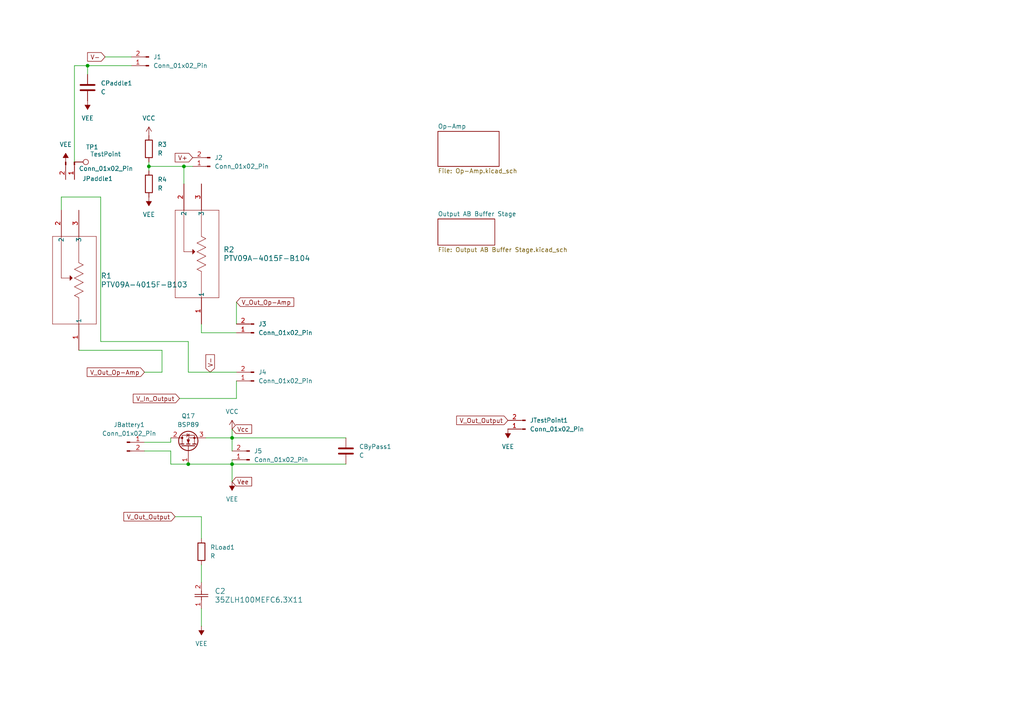
<source format=kicad_sch>
(kicad_sch
	(version 20231120)
	(generator "eeschema")
	(generator_version "8.0")
	(uuid "ae7489fb-4acd-4c47-9498-30070a4fb91b")
	(paper "A4")
	(lib_symbols
		(symbol "2025-11-17_23-20-27:PTV09A-4015F-B104"
			(pin_names
				(offset 0.254)
			)
			(exclude_from_sim no)
			(in_bom yes)
			(on_board yes)
			(property "Reference" "R"
				(at 20.32 12.7 0)
				(effects
					(font
						(size 1.524 1.524)
					)
				)
			)
			(property "Value" "PTV09A-4015F-B104"
				(at 20.32 10.16 0)
				(effects
					(font
						(size 1.524 1.524)
					)
				)
			)
			(property "Footprint" "PTV09A-4015F-B104_BRN"
				(at 0 0 0)
				(effects
					(font
						(size 1.27 1.27)
						(italic yes)
					)
					(hide yes)
				)
			)
			(property "Datasheet" "PTV09A-4015F-B104"
				(at 0 0 0)
				(effects
					(font
						(size 1.27 1.27)
						(italic yes)
					)
					(hide yes)
				)
			)
			(property "Description" ""
				(at 0 0 0)
				(effects
					(font
						(size 1.27 1.27)
					)
					(hide yes)
				)
			)
			(property "ki_locked" ""
				(at 0 0 0)
				(effects
					(font
						(size 1.27 1.27)
					)
				)
			)
			(property "ki_keywords" "PTV09A-4015F-B104"
				(at 0 0 0)
				(effects
					(font
						(size 1.27 1.27)
					)
					(hide yes)
				)
			)
			(property "ki_fp_filters" "PTV09A-4015F-B104_BRN"
				(at 0 0 0)
				(effects
					(font
						(size 1.27 1.27)
					)
					(hide yes)
				)
			)
			(symbol "PTV09A-4015F-B104_0_1"
				(polyline
					(pts
						(xy 7.62 -5.08) (xy 33.02 -5.08)
					)
					(stroke
						(width 0.127)
						(type default)
					)
					(fill
						(type none)
					)
				)
				(polyline
					(pts
						(xy 7.62 0) (xy 15.24 0)
					)
					(stroke
						(width 0.127)
						(type default)
					)
					(fill
						(type none)
					)
				)
				(polyline
					(pts
						(xy 7.62 7.62) (xy 7.62 -5.08)
					)
					(stroke
						(width 0.127)
						(type default)
					)
					(fill
						(type none)
					)
				)
				(polyline
					(pts
						(xy 15.875 1.27) (xy 15.24 0)
					)
					(stroke
						(width 0.127)
						(type default)
					)
					(fill
						(type none)
					)
				)
				(polyline
					(pts
						(xy 17.145 -1.27) (xy 15.875 1.27)
					)
					(stroke
						(width 0.127)
						(type default)
					)
					(fill
						(type none)
					)
				)
				(polyline
					(pts
						(xy 18.415 1.27) (xy 17.145 -1.27)
					)
					(stroke
						(width 0.127)
						(type default)
					)
					(fill
						(type none)
					)
				)
				(polyline
					(pts
						(xy 19.685 -1.27) (xy 18.415 1.27)
					)
					(stroke
						(width 0.127)
						(type default)
					)
					(fill
						(type none)
					)
				)
				(polyline
					(pts
						(xy 20.955 1.27) (xy 19.685 -1.27)
					)
					(stroke
						(width 0.127)
						(type default)
					)
					(fill
						(type none)
					)
				)
				(polyline
					(pts
						(xy 20.955 1.27) (xy 22.225 -1.27)
					)
					(stroke
						(width 0.127)
						(type default)
					)
					(fill
						(type none)
					)
				)
				(polyline
					(pts
						(xy 20.955 1.905) (xy 20.32 2.54)
					)
					(stroke
						(width 0.127)
						(type default)
					)
					(fill
						(type none)
					)
				)
				(polyline
					(pts
						(xy 20.955 1.905) (xy 21.59 2.54)
					)
					(stroke
						(width 0.127)
						(type default)
					)
					(fill
						(type none)
					)
				)
				(polyline
					(pts
						(xy 20.955 2.54) (xy 20.955 5.08)
					)
					(stroke
						(width 0.127)
						(type default)
					)
					(fill
						(type none)
					)
				)
				(polyline
					(pts
						(xy 21.59 2.54) (xy 20.32 2.54)
					)
					(stroke
						(width 0.127)
						(type default)
					)
					(fill
						(type none)
					)
				)
				(polyline
					(pts
						(xy 22.225 -1.27) (xy 23.495 1.27)
					)
					(stroke
						(width 0.127)
						(type default)
					)
					(fill
						(type none)
					)
				)
				(polyline
					(pts
						(xy 23.495 1.27) (xy 24.765 -1.27)
					)
					(stroke
						(width 0.127)
						(type default)
					)
					(fill
						(type none)
					)
				)
				(polyline
					(pts
						(xy 24.765 -1.27) (xy 25.4 0)
					)
					(stroke
						(width 0.127)
						(type default)
					)
					(fill
						(type none)
					)
				)
				(polyline
					(pts
						(xy 33.02 -5.08) (xy 33.02 7.62)
					)
					(stroke
						(width 0.127)
						(type default)
					)
					(fill
						(type none)
					)
				)
				(polyline
					(pts
						(xy 33.02 0) (xy 25.4 0)
					)
					(stroke
						(width 0.127)
						(type default)
					)
					(fill
						(type none)
					)
				)
				(polyline
					(pts
						(xy 33.02 5.08) (xy 20.955 5.08)
					)
					(stroke
						(width 0.127)
						(type default)
					)
					(fill
						(type none)
					)
				)
				(polyline
					(pts
						(xy 33.02 7.62) (xy 7.62 7.62)
					)
					(stroke
						(width 0.127)
						(type default)
					)
					(fill
						(type none)
					)
				)
				(polyline
					(pts
						(xy 20.32 2.54) (xy 21.59 2.54) (xy 20.955 1.905)
					)
					(stroke
						(width 0)
						(type default)
					)
					(fill
						(type outline)
					)
				)
				(pin unspecified line
					(at 0 0 0)
					(length 7.62)
					(name "1"
						(effects
							(font
								(size 1.27 1.27)
							)
						)
					)
					(number "1"
						(effects
							(font
								(size 1.27 1.27)
							)
						)
					)
				)
				(pin unspecified line
					(at 40.64 5.08 180)
					(length 7.62)
					(name "2"
						(effects
							(font
								(size 1.27 1.27)
							)
						)
					)
					(number "2"
						(effects
							(font
								(size 1.27 1.27)
							)
						)
					)
				)
				(pin unspecified line
					(at 40.64 0 180)
					(length 7.62)
					(name "3"
						(effects
							(font
								(size 1.27 1.27)
							)
						)
					)
					(number "3"
						(effects
							(font
								(size 1.27 1.27)
							)
						)
					)
				)
			)
		)
		(symbol "2025-11-18_22-05-50:35ZLH100MEFC6.3X11"
			(pin_names
				(offset 0.254)
			)
			(exclude_from_sim no)
			(in_bom yes)
			(on_board yes)
			(property "Reference" "C"
				(at 3.81 3.81 0)
				(effects
					(font
						(size 1.524 1.524)
					)
				)
			)
			(property "Value" "35ZLH100MEFC6.3X11"
				(at 3.81 -3.81 0)
				(effects
					(font
						(size 1.524 1.524)
					)
				)
			)
			(property "Footprint" "CAP_YX_6P3X11_RUB"
				(at 0 0 0)
				(effects
					(font
						(size 1.27 1.27)
						(italic yes)
					)
					(hide yes)
				)
			)
			(property "Datasheet" "35ZLH100MEFC6.3X11"
				(at 0 0 0)
				(effects
					(font
						(size 1.27 1.27)
						(italic yes)
					)
					(hide yes)
				)
			)
			(property "Description" ""
				(at 0 0 0)
				(effects
					(font
						(size 1.27 1.27)
					)
					(hide yes)
				)
			)
			(property "ki_locked" ""
				(at 0 0 0)
				(effects
					(font
						(size 1.27 1.27)
					)
				)
			)
			(property "ki_keywords" "35ZLH100MEFC6.3X11"
				(at 0 0 0)
				(effects
					(font
						(size 1.27 1.27)
					)
					(hide yes)
				)
			)
			(property "ki_fp_filters" "CAP_YX_6P3X11_RUB"
				(at 0 0 0)
				(effects
					(font
						(size 1.27 1.27)
					)
					(hide yes)
				)
			)
			(symbol "35ZLH100MEFC6.3X11_1_1"
				(polyline
					(pts
						(xy 2.54 0) (xy 3.4798 0)
					)
					(stroke
						(width 0.2032)
						(type default)
					)
					(fill
						(type none)
					)
				)
				(polyline
					(pts
						(xy 3.4798 -1.905) (xy 3.4798 1.905)
					)
					(stroke
						(width 0.2032)
						(type default)
					)
					(fill
						(type none)
					)
				)
				(polyline
					(pts
						(xy 4.1148 -1.905) (xy 4.1148 1.905)
					)
					(stroke
						(width 0.2032)
						(type default)
					)
					(fill
						(type none)
					)
				)
				(polyline
					(pts
						(xy 4.1148 0) (xy 5.08 0)
					)
					(stroke
						(width 0.2032)
						(type default)
					)
					(fill
						(type none)
					)
				)
				(pin unspecified line
					(at 0 0 0)
					(length 2.54)
					(name ""
						(effects
							(font
								(size 1.27 1.27)
							)
						)
					)
					(number "1"
						(effects
							(font
								(size 1.27 1.27)
							)
						)
					)
				)
				(pin unspecified line
					(at 7.62 0 180)
					(length 2.54)
					(name ""
						(effects
							(font
								(size 1.27 1.27)
							)
						)
					)
					(number "2"
						(effects
							(font
								(size 1.27 1.27)
							)
						)
					)
				)
			)
			(symbol "35ZLH100MEFC6.3X11_1_2"
				(polyline
					(pts
						(xy -1.905 -4.1148) (xy 1.905 -4.1148)
					)
					(stroke
						(width 0.2032)
						(type default)
					)
					(fill
						(type none)
					)
				)
				(polyline
					(pts
						(xy -1.905 -3.4798) (xy 1.905 -3.4798)
					)
					(stroke
						(width 0.2032)
						(type default)
					)
					(fill
						(type none)
					)
				)
				(polyline
					(pts
						(xy 0 -4.1148) (xy 0 -5.08)
					)
					(stroke
						(width 0.2032)
						(type default)
					)
					(fill
						(type none)
					)
				)
				(polyline
					(pts
						(xy 0 -2.54) (xy 0 -3.4798)
					)
					(stroke
						(width 0.2032)
						(type default)
					)
					(fill
						(type none)
					)
				)
				(pin unspecified line
					(at 0 0 270)
					(length 2.54)
					(name ""
						(effects
							(font
								(size 1.27 1.27)
							)
						)
					)
					(number "1"
						(effects
							(font
								(size 1.27 1.27)
							)
						)
					)
				)
				(pin unspecified line
					(at 0 -7.62 90)
					(length 2.54)
					(name ""
						(effects
							(font
								(size 1.27 1.27)
							)
						)
					)
					(number "2"
						(effects
							(font
								(size 1.27 1.27)
							)
						)
					)
				)
			)
		)
		(symbol "Connector:Conn_01x02_Pin"
			(pin_names
				(offset 1.016) hide)
			(exclude_from_sim no)
			(in_bom yes)
			(on_board yes)
			(property "Reference" "J"
				(at 0 2.54 0)
				(effects
					(font
						(size 1.27 1.27)
					)
				)
			)
			(property "Value" "Conn_01x02_Pin"
				(at 0 -5.08 0)
				(effects
					(font
						(size 1.27 1.27)
					)
				)
			)
			(property "Footprint" ""
				(at 0 0 0)
				(effects
					(font
						(size 1.27 1.27)
					)
					(hide yes)
				)
			)
			(property "Datasheet" "~"
				(at 0 0 0)
				(effects
					(font
						(size 1.27 1.27)
					)
					(hide yes)
				)
			)
			(property "Description" "Generic connector, single row, 01x02, script generated"
				(at 0 0 0)
				(effects
					(font
						(size 1.27 1.27)
					)
					(hide yes)
				)
			)
			(property "ki_locked" ""
				(at 0 0 0)
				(effects
					(font
						(size 1.27 1.27)
					)
				)
			)
			(property "ki_keywords" "connector"
				(at 0 0 0)
				(effects
					(font
						(size 1.27 1.27)
					)
					(hide yes)
				)
			)
			(property "ki_fp_filters" "Connector*:*_1x??_*"
				(at 0 0 0)
				(effects
					(font
						(size 1.27 1.27)
					)
					(hide yes)
				)
			)
			(symbol "Conn_01x02_Pin_1_1"
				(polyline
					(pts
						(xy 1.27 -2.54) (xy 0.8636 -2.54)
					)
					(stroke
						(width 0.1524)
						(type default)
					)
					(fill
						(type none)
					)
				)
				(polyline
					(pts
						(xy 1.27 0) (xy 0.8636 0)
					)
					(stroke
						(width 0.1524)
						(type default)
					)
					(fill
						(type none)
					)
				)
				(rectangle
					(start 0.8636 -2.413)
					(end 0 -2.667)
					(stroke
						(width 0.1524)
						(type default)
					)
					(fill
						(type outline)
					)
				)
				(rectangle
					(start 0.8636 0.127)
					(end 0 -0.127)
					(stroke
						(width 0.1524)
						(type default)
					)
					(fill
						(type outline)
					)
				)
				(pin passive line
					(at 5.08 0 180)
					(length 3.81)
					(name "Pin_1"
						(effects
							(font
								(size 1.27 1.27)
							)
						)
					)
					(number "1"
						(effects
							(font
								(size 1.27 1.27)
							)
						)
					)
				)
				(pin passive line
					(at 5.08 -2.54 180)
					(length 3.81)
					(name "Pin_2"
						(effects
							(font
								(size 1.27 1.27)
							)
						)
					)
					(number "2"
						(effects
							(font
								(size 1.27 1.27)
							)
						)
					)
				)
			)
		)
		(symbol "Connector:TestPoint"
			(pin_numbers hide)
			(pin_names
				(offset 0.762) hide)
			(exclude_from_sim no)
			(in_bom yes)
			(on_board yes)
			(property "Reference" "TP"
				(at 0 6.858 0)
				(effects
					(font
						(size 1.27 1.27)
					)
				)
			)
			(property "Value" "TestPoint"
				(at 0 5.08 0)
				(effects
					(font
						(size 1.27 1.27)
					)
				)
			)
			(property "Footprint" ""
				(at 5.08 0 0)
				(effects
					(font
						(size 1.27 1.27)
					)
					(hide yes)
				)
			)
			(property "Datasheet" "~"
				(at 5.08 0 0)
				(effects
					(font
						(size 1.27 1.27)
					)
					(hide yes)
				)
			)
			(property "Description" "test point"
				(at 0 0 0)
				(effects
					(font
						(size 1.27 1.27)
					)
					(hide yes)
				)
			)
			(property "ki_keywords" "test point tp"
				(at 0 0 0)
				(effects
					(font
						(size 1.27 1.27)
					)
					(hide yes)
				)
			)
			(property "ki_fp_filters" "Pin* Test*"
				(at 0 0 0)
				(effects
					(font
						(size 1.27 1.27)
					)
					(hide yes)
				)
			)
			(symbol "TestPoint_0_1"
				(circle
					(center 0 3.302)
					(radius 0.762)
					(stroke
						(width 0)
						(type default)
					)
					(fill
						(type none)
					)
				)
			)
			(symbol "TestPoint_1_1"
				(pin passive line
					(at 0 0 90)
					(length 2.54)
					(name "1"
						(effects
							(font
								(size 1.27 1.27)
							)
						)
					)
					(number "1"
						(effects
							(font
								(size 1.27 1.27)
							)
						)
					)
				)
			)
		)
		(symbol "Device:C"
			(pin_numbers hide)
			(pin_names
				(offset 0.254)
			)
			(exclude_from_sim no)
			(in_bom yes)
			(on_board yes)
			(property "Reference" "C"
				(at 0.635 2.54 0)
				(effects
					(font
						(size 1.27 1.27)
					)
					(justify left)
				)
			)
			(property "Value" "C"
				(at 0.635 -2.54 0)
				(effects
					(font
						(size 1.27 1.27)
					)
					(justify left)
				)
			)
			(property "Footprint" ""
				(at 0.9652 -3.81 0)
				(effects
					(font
						(size 1.27 1.27)
					)
					(hide yes)
				)
			)
			(property "Datasheet" "~"
				(at 0 0 0)
				(effects
					(font
						(size 1.27 1.27)
					)
					(hide yes)
				)
			)
			(property "Description" "Unpolarized capacitor"
				(at 0 0 0)
				(effects
					(font
						(size 1.27 1.27)
					)
					(hide yes)
				)
			)
			(property "ki_keywords" "cap capacitor"
				(at 0 0 0)
				(effects
					(font
						(size 1.27 1.27)
					)
					(hide yes)
				)
			)
			(property "ki_fp_filters" "C_*"
				(at 0 0 0)
				(effects
					(font
						(size 1.27 1.27)
					)
					(hide yes)
				)
			)
			(symbol "C_0_1"
				(polyline
					(pts
						(xy -2.032 -0.762) (xy 2.032 -0.762)
					)
					(stroke
						(width 0.508)
						(type default)
					)
					(fill
						(type none)
					)
				)
				(polyline
					(pts
						(xy -2.032 0.762) (xy 2.032 0.762)
					)
					(stroke
						(width 0.508)
						(type default)
					)
					(fill
						(type none)
					)
				)
			)
			(symbol "C_1_1"
				(pin passive line
					(at 0 3.81 270)
					(length 2.794)
					(name "~"
						(effects
							(font
								(size 1.27 1.27)
							)
						)
					)
					(number "1"
						(effects
							(font
								(size 1.27 1.27)
							)
						)
					)
				)
				(pin passive line
					(at 0 -3.81 90)
					(length 2.794)
					(name "~"
						(effects
							(font
								(size 1.27 1.27)
							)
						)
					)
					(number "2"
						(effects
							(font
								(size 1.27 1.27)
							)
						)
					)
				)
			)
		)
		(symbol "Device:R"
			(pin_numbers hide)
			(pin_names
				(offset 0)
			)
			(exclude_from_sim no)
			(in_bom yes)
			(on_board yes)
			(property "Reference" "R"
				(at 2.032 0 90)
				(effects
					(font
						(size 1.27 1.27)
					)
				)
			)
			(property "Value" "R"
				(at 0 0 90)
				(effects
					(font
						(size 1.27 1.27)
					)
				)
			)
			(property "Footprint" ""
				(at -1.778 0 90)
				(effects
					(font
						(size 1.27 1.27)
					)
					(hide yes)
				)
			)
			(property "Datasheet" "~"
				(at 0 0 0)
				(effects
					(font
						(size 1.27 1.27)
					)
					(hide yes)
				)
			)
			(property "Description" "Resistor"
				(at 0 0 0)
				(effects
					(font
						(size 1.27 1.27)
					)
					(hide yes)
				)
			)
			(property "ki_keywords" "R res resistor"
				(at 0 0 0)
				(effects
					(font
						(size 1.27 1.27)
					)
					(hide yes)
				)
			)
			(property "ki_fp_filters" "R_*"
				(at 0 0 0)
				(effects
					(font
						(size 1.27 1.27)
					)
					(hide yes)
				)
			)
			(symbol "R_0_1"
				(rectangle
					(start -1.016 -2.54)
					(end 1.016 2.54)
					(stroke
						(width 0.254)
						(type default)
					)
					(fill
						(type none)
					)
				)
			)
			(symbol "R_1_1"
				(pin passive line
					(at 0 3.81 270)
					(length 1.27)
					(name "~"
						(effects
							(font
								(size 1.27 1.27)
							)
						)
					)
					(number "1"
						(effects
							(font
								(size 1.27 1.27)
							)
						)
					)
				)
				(pin passive line
					(at 0 -3.81 90)
					(length 1.27)
					(name "~"
						(effects
							(font
								(size 1.27 1.27)
							)
						)
					)
					(number "2"
						(effects
							(font
								(size 1.27 1.27)
							)
						)
					)
				)
			)
		)
		(symbol "Transistor_FET:BSP89"
			(pin_names hide)
			(exclude_from_sim no)
			(in_bom yes)
			(on_board yes)
			(property "Reference" "Q"
				(at 5.08 1.905 0)
				(effects
					(font
						(size 1.27 1.27)
					)
					(justify left)
				)
			)
			(property "Value" "BSP89"
				(at 5.08 0 0)
				(effects
					(font
						(size 1.27 1.27)
					)
					(justify left)
				)
			)
			(property "Footprint" "Package_TO_SOT_SMD:SOT-223-3_TabPin2"
				(at 5.08 -1.905 0)
				(effects
					(font
						(size 1.27 1.27)
						(italic yes)
					)
					(justify left)
					(hide yes)
				)
			)
			(property "Datasheet" "https://www.infineon.com/dgdl/Infineon-BSP89-DS-v02_02-en.pdf?fileId=db3a30433b47825b013b4b8a07f90d55"
				(at 5.08 -3.81 0)
				(effects
					(font
						(size 1.27 1.27)
					)
					(justify left)
					(hide yes)
				)
			)
			(property "Description" "0.35A Id, 240V Vds, N-Channel Enhancement Mode MOSFET, SOT-223"
				(at 0 0 0)
				(effects
					(font
						(size 1.27 1.27)
					)
					(hide yes)
				)
			)
			(property "ki_keywords" "N-Channel MOSFET"
				(at 0 0 0)
				(effects
					(font
						(size 1.27 1.27)
					)
					(hide yes)
				)
			)
			(property "ki_fp_filters" "SOT?223*"
				(at 0 0 0)
				(effects
					(font
						(size 1.27 1.27)
					)
					(hide yes)
				)
			)
			(symbol "BSP89_0_1"
				(polyline
					(pts
						(xy 0.254 0) (xy -2.54 0)
					)
					(stroke
						(width 0)
						(type default)
					)
					(fill
						(type none)
					)
				)
				(polyline
					(pts
						(xy 0.254 1.905) (xy 0.254 -1.905)
					)
					(stroke
						(width 0.254)
						(type default)
					)
					(fill
						(type none)
					)
				)
				(polyline
					(pts
						(xy 0.762 -1.27) (xy 0.762 -2.286)
					)
					(stroke
						(width 0.254)
						(type default)
					)
					(fill
						(type none)
					)
				)
				(polyline
					(pts
						(xy 0.762 0.508) (xy 0.762 -0.508)
					)
					(stroke
						(width 0.254)
						(type default)
					)
					(fill
						(type none)
					)
				)
				(polyline
					(pts
						(xy 0.762 2.286) (xy 0.762 1.27)
					)
					(stroke
						(width 0.254)
						(type default)
					)
					(fill
						(type none)
					)
				)
				(polyline
					(pts
						(xy 2.54 2.54) (xy 2.54 1.778)
					)
					(stroke
						(width 0)
						(type default)
					)
					(fill
						(type none)
					)
				)
				(polyline
					(pts
						(xy 2.54 -2.54) (xy 2.54 0) (xy 0.762 0)
					)
					(stroke
						(width 0)
						(type default)
					)
					(fill
						(type none)
					)
				)
				(polyline
					(pts
						(xy 0.762 -1.778) (xy 3.302 -1.778) (xy 3.302 1.778) (xy 0.762 1.778)
					)
					(stroke
						(width 0)
						(type default)
					)
					(fill
						(type none)
					)
				)
				(polyline
					(pts
						(xy 1.016 0) (xy 2.032 0.381) (xy 2.032 -0.381) (xy 1.016 0)
					)
					(stroke
						(width 0)
						(type default)
					)
					(fill
						(type outline)
					)
				)
				(polyline
					(pts
						(xy 2.794 0.508) (xy 2.921 0.381) (xy 3.683 0.381) (xy 3.81 0.254)
					)
					(stroke
						(width 0)
						(type default)
					)
					(fill
						(type none)
					)
				)
				(polyline
					(pts
						(xy 3.302 0.381) (xy 2.921 -0.254) (xy 3.683 -0.254) (xy 3.302 0.381)
					)
					(stroke
						(width 0)
						(type default)
					)
					(fill
						(type none)
					)
				)
				(circle
					(center 1.651 0)
					(radius 2.794)
					(stroke
						(width 0.254)
						(type default)
					)
					(fill
						(type none)
					)
				)
				(circle
					(center 2.54 -1.778)
					(radius 0.254)
					(stroke
						(width 0)
						(type default)
					)
					(fill
						(type outline)
					)
				)
				(circle
					(center 2.54 1.778)
					(radius 0.254)
					(stroke
						(width 0)
						(type default)
					)
					(fill
						(type outline)
					)
				)
			)
			(symbol "BSP89_1_1"
				(pin input line
					(at -5.08 0 0)
					(length 2.54)
					(name "G"
						(effects
							(font
								(size 1.27 1.27)
							)
						)
					)
					(number "1"
						(effects
							(font
								(size 1.27 1.27)
							)
						)
					)
				)
				(pin passive line
					(at 2.54 5.08 270)
					(length 2.54)
					(name "D"
						(effects
							(font
								(size 1.27 1.27)
							)
						)
					)
					(number "2"
						(effects
							(font
								(size 1.27 1.27)
							)
						)
					)
				)
				(pin passive line
					(at 2.54 -5.08 90)
					(length 2.54)
					(name "S"
						(effects
							(font
								(size 1.27 1.27)
							)
						)
					)
					(number "3"
						(effects
							(font
								(size 1.27 1.27)
							)
						)
					)
				)
			)
		)
		(symbol "power:VCC"
			(power)
			(pin_numbers hide)
			(pin_names
				(offset 0) hide)
			(exclude_from_sim no)
			(in_bom yes)
			(on_board yes)
			(property "Reference" "#PWR"
				(at 0 -3.81 0)
				(effects
					(font
						(size 1.27 1.27)
					)
					(hide yes)
				)
			)
			(property "Value" "VCC"
				(at 0 3.556 0)
				(effects
					(font
						(size 1.27 1.27)
					)
				)
			)
			(property "Footprint" ""
				(at 0 0 0)
				(effects
					(font
						(size 1.27 1.27)
					)
					(hide yes)
				)
			)
			(property "Datasheet" ""
				(at 0 0 0)
				(effects
					(font
						(size 1.27 1.27)
					)
					(hide yes)
				)
			)
			(property "Description" "Power symbol creates a global label with name \"VCC\""
				(at 0 0 0)
				(effects
					(font
						(size 1.27 1.27)
					)
					(hide yes)
				)
			)
			(property "ki_keywords" "global power"
				(at 0 0 0)
				(effects
					(font
						(size 1.27 1.27)
					)
					(hide yes)
				)
			)
			(symbol "VCC_0_1"
				(polyline
					(pts
						(xy -0.762 1.27) (xy 0 2.54)
					)
					(stroke
						(width 0)
						(type default)
					)
					(fill
						(type none)
					)
				)
				(polyline
					(pts
						(xy 0 0) (xy 0 2.54)
					)
					(stroke
						(width 0)
						(type default)
					)
					(fill
						(type none)
					)
				)
				(polyline
					(pts
						(xy 0 2.54) (xy 0.762 1.27)
					)
					(stroke
						(width 0)
						(type default)
					)
					(fill
						(type none)
					)
				)
			)
			(symbol "VCC_1_1"
				(pin power_in line
					(at 0 0 90)
					(length 0)
					(name "~"
						(effects
							(font
								(size 1.27 1.27)
							)
						)
					)
					(number "1"
						(effects
							(font
								(size 1.27 1.27)
							)
						)
					)
				)
			)
		)
		(symbol "power:VEE"
			(power)
			(pin_numbers hide)
			(pin_names
				(offset 0) hide)
			(exclude_from_sim no)
			(in_bom yes)
			(on_board yes)
			(property "Reference" "#PWR"
				(at 0 -3.81 0)
				(effects
					(font
						(size 1.27 1.27)
					)
					(hide yes)
				)
			)
			(property "Value" "VEE"
				(at 0 3.556 0)
				(effects
					(font
						(size 1.27 1.27)
					)
				)
			)
			(property "Footprint" ""
				(at 0 0 0)
				(effects
					(font
						(size 1.27 1.27)
					)
					(hide yes)
				)
			)
			(property "Datasheet" ""
				(at 0 0 0)
				(effects
					(font
						(size 1.27 1.27)
					)
					(hide yes)
				)
			)
			(property "Description" "Power symbol creates a global label with name \"VEE\""
				(at 0 0 0)
				(effects
					(font
						(size 1.27 1.27)
					)
					(hide yes)
				)
			)
			(property "ki_keywords" "global power"
				(at 0 0 0)
				(effects
					(font
						(size 1.27 1.27)
					)
					(hide yes)
				)
			)
			(symbol "VEE_0_1"
				(polyline
					(pts
						(xy 0 0) (xy 0 2.54)
					)
					(stroke
						(width 0)
						(type default)
					)
					(fill
						(type none)
					)
				)
				(polyline
					(pts
						(xy 0.762 1.27) (xy -0.762 1.27) (xy 0 2.54) (xy 0.762 1.27)
					)
					(stroke
						(width 0)
						(type default)
					)
					(fill
						(type outline)
					)
				)
			)
			(symbol "VEE_1_1"
				(pin power_in line
					(at 0 0 90)
					(length 0)
					(name "~"
						(effects
							(font
								(size 1.27 1.27)
							)
						)
					)
					(number "1"
						(effects
							(font
								(size 1.27 1.27)
							)
						)
					)
				)
			)
		)
	)
	(junction
		(at 25.4 19.05)
		(diameter 0)
		(color 0 0 0 0)
		(uuid "2113c0f9-27de-4184-94e1-698374908d2d")
	)
	(junction
		(at 43.18 48.26)
		(diameter 0)
		(color 0 0 0 0)
		(uuid "236075d2-8186-4742-8028-f6fe854c08e1")
	)
	(junction
		(at 54.61 134.62)
		(diameter 0)
		(color 0 0 0 0)
		(uuid "9910af26-cd21-4f1a-b712-6090b7834ed4")
	)
	(junction
		(at 53.34 48.26)
		(diameter 0)
		(color 0 0 0 0)
		(uuid "9a18cbbe-37e4-4d66-8ba4-d1e48d91f931")
	)
	(junction
		(at 67.31 134.62)
		(diameter 0)
		(color 0 0 0 0)
		(uuid "a3316c32-024a-428b-8b1f-28977004ebd1")
	)
	(junction
		(at 67.31 127)
		(diameter 0)
		(color 0 0 0 0)
		(uuid "b647e352-4faa-422f-832d-38207c725f13")
	)
	(wire
		(pts
			(xy 54.61 99.06) (xy 54.61 107.95)
		)
		(stroke
			(width 0)
			(type default)
		)
		(uuid "114c1044-996a-463d-8425-46fb5082ae18")
	)
	(wire
		(pts
			(xy 49.53 134.62) (xy 54.61 134.62)
		)
		(stroke
			(width 0)
			(type default)
		)
		(uuid "129664e7-7a46-4dc7-8e84-cf7de92de319")
	)
	(wire
		(pts
			(xy 58.42 163.83) (xy 58.42 168.91)
		)
		(stroke
			(width 0)
			(type default)
		)
		(uuid "163b4122-0db6-4c6f-a36d-cb09e1c9cf7e")
	)
	(wire
		(pts
			(xy 25.4 19.05) (xy 38.1 19.05)
		)
		(stroke
			(width 0)
			(type default)
		)
		(uuid "177584b5-f8dd-400e-b484-04abd2285292")
	)
	(wire
		(pts
			(xy 49.53 128.27) (xy 49.53 127)
		)
		(stroke
			(width 0)
			(type default)
		)
		(uuid "201997a9-d8f6-4dc5-b320-142cfb2a9428")
	)
	(wire
		(pts
			(xy 58.42 96.52) (xy 58.42 93.98)
		)
		(stroke
			(width 0)
			(type default)
		)
		(uuid "24184251-249f-46aa-aafd-d335b3d6cbae")
	)
	(wire
		(pts
			(xy 49.53 130.81) (xy 49.53 134.62)
		)
		(stroke
			(width 0)
			(type default)
		)
		(uuid "2525f0e4-d4ac-41d8-b2af-1c83f7ba1ae8")
	)
	(wire
		(pts
			(xy 58.42 149.86) (xy 50.8 149.86)
		)
		(stroke
			(width 0)
			(type default)
		)
		(uuid "2dfe7207-e3b6-4c8f-ae9f-434da93ce2da")
	)
	(wire
		(pts
			(xy 67.31 127) (xy 67.31 130.81)
		)
		(stroke
			(width 0)
			(type default)
		)
		(uuid "2ef92a79-29a7-4c9e-84de-56b5893602e9")
	)
	(wire
		(pts
			(xy 67.31 133.35) (xy 67.31 134.62)
		)
		(stroke
			(width 0)
			(type default)
		)
		(uuid "37f5734d-790d-4c8a-8941-f8b78a1831a0")
	)
	(wire
		(pts
			(xy 43.18 46.99) (xy 43.18 48.26)
		)
		(stroke
			(width 0)
			(type default)
		)
		(uuid "3a11753a-f9a0-481d-8dc8-3da4e04ca285")
	)
	(wire
		(pts
			(xy 43.18 48.26) (xy 53.34 48.26)
		)
		(stroke
			(width 0)
			(type default)
		)
		(uuid "473f90a2-4bfb-4ab2-882f-d20f4ca734ed")
	)
	(wire
		(pts
			(xy 67.31 134.62) (xy 67.31 139.7)
		)
		(stroke
			(width 0)
			(type default)
		)
		(uuid "4771c7a5-a74e-4fa4-a188-7941e26bb1ca")
	)
	(wire
		(pts
			(xy 58.42 156.21) (xy 58.42 149.86)
		)
		(stroke
			(width 0)
			(type default)
		)
		(uuid "4e6a59f4-cc4b-45bc-be99-f1a7a1f45a07")
	)
	(wire
		(pts
			(xy 17.78 57.15) (xy 29.21 57.15)
		)
		(stroke
			(width 0)
			(type default)
		)
		(uuid "4f9c2da3-4d16-4d7d-b919-789a4eff34f0")
	)
	(wire
		(pts
			(xy 43.18 49.53) (xy 43.18 48.26)
		)
		(stroke
			(width 0)
			(type default)
		)
		(uuid "7b02f0cb-943d-4d43-bb80-f91f3a179455")
	)
	(wire
		(pts
			(xy 29.21 99.06) (xy 54.61 99.06)
		)
		(stroke
			(width 0)
			(type default)
		)
		(uuid "89747acd-2345-4d4f-8191-680be976eaf9")
	)
	(wire
		(pts
			(xy 58.42 96.52) (xy 68.58 96.52)
		)
		(stroke
			(width 0)
			(type default)
		)
		(uuid "908ba199-4f2f-4bca-949b-036e1f0474e4")
	)
	(wire
		(pts
			(xy 41.91 130.81) (xy 49.53 130.81)
		)
		(stroke
			(width 0)
			(type default)
		)
		(uuid "918c8f62-b44f-4f2f-8960-996d90a24ab8")
	)
	(wire
		(pts
			(xy 100.33 134.62) (xy 67.31 134.62)
		)
		(stroke
			(width 0)
			(type default)
		)
		(uuid "922301da-fc8a-4af1-8540-6ccec11c4d14")
	)
	(wire
		(pts
			(xy 22.86 101.6) (xy 46.99 101.6)
		)
		(stroke
			(width 0)
			(type default)
		)
		(uuid "9262121f-26e6-451d-8777-a5ff85c45d83")
	)
	(wire
		(pts
			(xy 58.42 176.53) (xy 58.42 181.61)
		)
		(stroke
			(width 0)
			(type default)
		)
		(uuid "9277b104-4d36-4acd-b9e3-2a4473a82f37")
	)
	(wire
		(pts
			(xy 54.61 134.62) (xy 67.31 134.62)
		)
		(stroke
			(width 0)
			(type default)
		)
		(uuid "942f23f6-2df8-4a30-a218-7b63463f2efc")
	)
	(wire
		(pts
			(xy 46.99 101.6) (xy 46.99 107.95)
		)
		(stroke
			(width 0)
			(type default)
		)
		(uuid "ad7df97a-b578-4f46-822e-1f0ad2981eeb")
	)
	(wire
		(pts
			(xy 30.48 16.51) (xy 38.1 16.51)
		)
		(stroke
			(width 0)
			(type default)
		)
		(uuid "ae2808e0-12a2-4530-9c0d-7af02cb0b33c")
	)
	(wire
		(pts
			(xy 21.59 19.05) (xy 25.4 19.05)
		)
		(stroke
			(width 0)
			(type default)
		)
		(uuid "af6ce147-413b-46c9-8d1d-7ff25a19bbef")
	)
	(wire
		(pts
			(xy 46.99 107.95) (xy 41.91 107.95)
		)
		(stroke
			(width 0)
			(type default)
		)
		(uuid "b0cc14b7-77a8-4ca3-a6bf-f4249b87fa0b")
	)
	(wire
		(pts
			(xy 67.31 124.46) (xy 67.31 127)
		)
		(stroke
			(width 0)
			(type default)
		)
		(uuid "b919b6f8-65af-493a-afbb-69a0c5cb7369")
	)
	(wire
		(pts
			(xy 67.31 127) (xy 100.33 127)
		)
		(stroke
			(width 0)
			(type default)
		)
		(uuid "beda5341-246c-40ef-a30a-eed320ea8d03")
	)
	(wire
		(pts
			(xy 41.91 128.27) (xy 49.53 128.27)
		)
		(stroke
			(width 0)
			(type default)
		)
		(uuid "c1382c34-2325-4d2c-9aab-6893fab3b48a")
	)
	(wire
		(pts
			(xy 25.4 21.59) (xy 25.4 19.05)
		)
		(stroke
			(width 0)
			(type default)
		)
		(uuid "c2373e30-8180-4389-a9fe-1bc0d1acf9e3")
	)
	(wire
		(pts
			(xy 52.07 115.57) (xy 68.58 115.57)
		)
		(stroke
			(width 0)
			(type default)
		)
		(uuid "c31e10ec-5e12-43e4-92ed-d0210e8ed0a3")
	)
	(wire
		(pts
			(xy 68.58 87.63) (xy 68.58 93.98)
		)
		(stroke
			(width 0)
			(type default)
		)
		(uuid "c99d33db-d9fe-4c4d-8909-60b7aaba60d4")
	)
	(wire
		(pts
			(xy 29.21 57.15) (xy 29.21 99.06)
		)
		(stroke
			(width 0)
			(type default)
		)
		(uuid "d5586bec-7ad2-4826-a70f-8986c3ccafa0")
	)
	(wire
		(pts
			(xy 53.34 48.26) (xy 53.34 53.34)
		)
		(stroke
			(width 0)
			(type default)
		)
		(uuid "d563b4dd-c188-40e6-8072-419ad277ada8")
	)
	(wire
		(pts
			(xy 17.78 60.96) (xy 17.78 57.15)
		)
		(stroke
			(width 0)
			(type default)
		)
		(uuid "d91d19bc-7903-405d-a670-a7d6c0948904")
	)
	(wire
		(pts
			(xy 54.61 107.95) (xy 68.58 107.95)
		)
		(stroke
			(width 0)
			(type default)
		)
		(uuid "db995a1a-c135-4e82-8ba6-fbe48a040d75")
	)
	(wire
		(pts
			(xy 53.34 48.26) (xy 55.88 48.26)
		)
		(stroke
			(width 0)
			(type default)
		)
		(uuid "e04f7c07-e8f2-4f0f-8945-fe87c5217c5c")
	)
	(wire
		(pts
			(xy 68.58 115.57) (xy 68.58 110.49)
		)
		(stroke
			(width 0)
			(type default)
		)
		(uuid "eff7c21a-6b60-4520-8cae-518cab24cdf5")
	)
	(wire
		(pts
			(xy 21.59 46.99) (xy 21.59 19.05)
		)
		(stroke
			(width 0)
			(type default)
		)
		(uuid "fbeb90a9-4c26-426d-9298-9da8ad469210")
	)
	(wire
		(pts
			(xy 59.69 127) (xy 67.31 127)
		)
		(stroke
			(width 0)
			(type default)
		)
		(uuid "fd6e99c0-cb21-4d11-9d43-6f3dcbc6713f")
	)
	(global_label "Vee"
		(shape input)
		(at 67.31 139.7 0)
		(fields_autoplaced yes)
		(effects
			(font
				(size 1.27 1.27)
			)
			(justify left)
		)
		(uuid "33296192-0684-4f96-9c87-b95b13611746")
		(property "Intersheetrefs" "${INTERSHEET_REFS}"
			(at 73.561 139.7 0)
			(effects
				(font
					(size 1.27 1.27)
				)
				(justify left)
				(hide yes)
			)
		)
	)
	(global_label "V_Out_Output"
		(shape input)
		(at 50.8 149.86 180)
		(fields_autoplaced yes)
		(effects
			(font
				(size 1.27 1.27)
			)
			(justify right)
		)
		(uuid "716e864d-fcb7-4966-b5e4-fdc180e81079")
		(property "Intersheetrefs" "${INTERSHEET_REFS}"
			(at 35.3569 149.86 0)
			(effects
				(font
					(size 1.27 1.27)
				)
				(justify right)
				(hide yes)
			)
		)
	)
	(global_label "V-"
		(shape input)
		(at 30.48 16.51 180)
		(fields_autoplaced yes)
		(effects
			(font
				(size 1.27 1.27)
			)
			(justify right)
		)
		(uuid "a84e15e1-ac9f-4557-b6c0-79952f3b923c")
		(property "Intersheetrefs" "${INTERSHEET_REFS}"
			(at 24.8338 16.51 0)
			(effects
				(font
					(size 1.27 1.27)
				)
				(justify right)
				(hide yes)
			)
		)
	)
	(global_label "V-"
		(shape input)
		(at 60.96 107.95 90)
		(fields_autoplaced yes)
		(effects
			(font
				(size 1.27 1.27)
			)
			(justify left)
		)
		(uuid "ac496ca2-c31b-41f4-baae-9dc2db08e8c1")
		(property "Intersheetrefs" "${INTERSHEET_REFS}"
			(at 60.96 102.3038 90)
			(effects
				(font
					(size 1.27 1.27)
				)
				(justify left)
				(hide yes)
			)
		)
	)
	(global_label "V_In_Output"
		(shape input)
		(at 52.07 115.57 180)
		(fields_autoplaced yes)
		(effects
			(font
				(size 1.27 1.27)
			)
			(justify right)
		)
		(uuid "b1c7f312-cab0-4694-8f85-b8552d377128")
		(property "Intersheetrefs" "${INTERSHEET_REFS}"
			(at 38.0783 115.57 0)
			(effects
				(font
					(size 1.27 1.27)
				)
				(justify right)
				(hide yes)
			)
		)
	)
	(global_label "V_Out_Op-Amp"
		(shape input)
		(at 68.58 87.63 0)
		(fields_autoplaced yes)
		(effects
			(font
				(size 1.27 1.27)
			)
			(justify left)
		)
		(uuid "b9ef3553-2e42-4a3f-81cc-06f226da7d45")
		(property "Intersheetrefs" "${INTERSHEET_REFS}"
			(at 85.777 87.63 0)
			(effects
				(font
					(size 1.27 1.27)
				)
				(justify left)
				(hide yes)
			)
		)
	)
	(global_label "Vcc"
		(shape input)
		(at 67.31 124.46 0)
		(fields_autoplaced yes)
		(effects
			(font
				(size 1.27 1.27)
			)
			(justify left)
		)
		(uuid "ba3882ee-bc86-4105-8efc-bff8e829ad27")
		(property "Intersheetrefs" "${INTERSHEET_REFS}"
			(at 73.561 124.46 0)
			(effects
				(font
					(size 1.27 1.27)
				)
				(justify left)
				(hide yes)
			)
		)
	)
	(global_label "V_Out_Op-Amp"
		(shape input)
		(at 41.91 107.95 180)
		(fields_autoplaced yes)
		(effects
			(font
				(size 1.27 1.27)
			)
			(justify right)
		)
		(uuid "dc0f1577-2932-42ca-97f6-36cc37966f87")
		(property "Intersheetrefs" "${INTERSHEET_REFS}"
			(at 24.713 107.95 0)
			(effects
				(font
					(size 1.27 1.27)
				)
				(justify right)
				(hide yes)
			)
		)
	)
	(global_label "V_Out_Output"
		(shape input)
		(at 147.32 121.92 180)
		(fields_autoplaced yes)
		(effects
			(font
				(size 1.27 1.27)
			)
			(justify right)
		)
		(uuid "e61f5c83-1e25-495f-a5ba-94ecf4fabde2")
		(property "Intersheetrefs" "${INTERSHEET_REFS}"
			(at 131.8769 121.92 0)
			(effects
				(font
					(size 1.27 1.27)
				)
				(justify right)
				(hide yes)
			)
		)
	)
	(global_label "V+"
		(shape input)
		(at 55.88 45.72 180)
		(fields_autoplaced yes)
		(effects
			(font
				(size 1.27 1.27)
			)
			(justify right)
		)
		(uuid "f2dfaaa8-bc4c-4129-9257-7838118480ed")
		(property "Intersheetrefs" "${INTERSHEET_REFS}"
			(at 50.2338 45.72 0)
			(effects
				(font
					(size 1.27 1.27)
				)
				(justify right)
				(hide yes)
			)
		)
	)
	(symbol
		(lib_id "Device:C")
		(at 25.4 25.4 0)
		(unit 1)
		(exclude_from_sim no)
		(in_bom yes)
		(on_board yes)
		(dnp no)
		(fields_autoplaced yes)
		(uuid "006f5bb3-da8d-4ee4-92f2-68a85a58ad49")
		(property "Reference" "CPaddle1"
			(at 29.21 24.1299 0)
			(effects
				(font
					(size 1.27 1.27)
				)
				(justify left)
			)
		)
		(property "Value" "C"
			(at 29.21 26.6699 0)
			(effects
				(font
					(size 1.27 1.27)
				)
				(justify left)
			)
		)
		(property "Footprint" "ECA_1HHG330:CAPPRD200W50D500H1100"
			(at 26.3652 29.21 0)
			(effects
				(font
					(size 1.27 1.27)
				)
				(hide yes)
			)
		)
		(property "Datasheet" "~"
			(at 25.4 25.4 0)
			(effects
				(font
					(size 1.27 1.27)
				)
				(hide yes)
			)
		)
		(property "Description" "Unpolarized capacitor"
			(at 25.4 25.4 0)
			(effects
				(font
					(size 1.27 1.27)
				)
				(hide yes)
			)
		)
		(pin "2"
			(uuid "76b27108-e44e-4107-ba38-4a0a2b951c91")
		)
		(pin "1"
			(uuid "d680fcff-0e5b-4b03-833b-6489218638f1")
		)
		(instances
			(project "ECE 3660 Design Project"
				(path "/ae7489fb-4acd-4c47-9498-30070a4fb91b"
					(reference "CPaddle1")
					(unit 1)
				)
			)
		)
	)
	(symbol
		(lib_id "Device:R")
		(at 43.18 53.34 0)
		(unit 1)
		(exclude_from_sim no)
		(in_bom yes)
		(on_board yes)
		(dnp no)
		(fields_autoplaced yes)
		(uuid "0b1976f7-f122-490c-8a52-b07d4d95f3c9")
		(property "Reference" "R4"
			(at 45.72 52.0699 0)
			(effects
				(font
					(size 1.27 1.27)
				)
				(justify left)
			)
		)
		(property "Value" "R"
			(at 45.72 54.6099 0)
			(effects
				(font
					(size 1.27 1.27)
				)
				(justify left)
			)
		)
		(property "Footprint" "Resistor:YAG_MF25_YAG"
			(at 41.402 53.34 90)
			(effects
				(font
					(size 1.27 1.27)
				)
				(hide yes)
			)
		)
		(property "Datasheet" "~"
			(at 43.18 53.34 0)
			(effects
				(font
					(size 1.27 1.27)
				)
				(hide yes)
			)
		)
		(property "Description" "Resistor"
			(at 43.18 53.34 0)
			(effects
				(font
					(size 1.27 1.27)
				)
				(hide yes)
			)
		)
		(pin "1"
			(uuid "211774b8-5ab9-4979-bd5b-8e5791d73eac")
		)
		(pin "2"
			(uuid "de92bd54-2a42-4d54-8a08-e430863379df")
		)
		(instances
			(project "ECE 3660 Design Project"
				(path "/ae7489fb-4acd-4c47-9498-30070a4fb91b"
					(reference "R4")
					(unit 1)
				)
			)
		)
	)
	(symbol
		(lib_id "power:VEE")
		(at 58.42 181.61 180)
		(unit 1)
		(exclude_from_sim no)
		(in_bom yes)
		(on_board yes)
		(dnp no)
		(fields_autoplaced yes)
		(uuid "26e25a9e-3dc2-4f16-8a59-d56cf1988962")
		(property "Reference" "#PWR05"
			(at 58.42 177.8 0)
			(effects
				(font
					(size 1.27 1.27)
				)
				(hide yes)
			)
		)
		(property "Value" "VEE"
			(at 58.42 186.69 0)
			(effects
				(font
					(size 1.27 1.27)
				)
			)
		)
		(property "Footprint" ""
			(at 58.42 181.61 0)
			(effects
				(font
					(size 1.27 1.27)
				)
				(hide yes)
			)
		)
		(property "Datasheet" ""
			(at 58.42 181.61 0)
			(effects
				(font
					(size 1.27 1.27)
				)
				(hide yes)
			)
		)
		(property "Description" "Power symbol creates a global label with name \"VEE\""
			(at 58.42 181.61 0)
			(effects
				(font
					(size 1.27 1.27)
				)
				(hide yes)
			)
		)
		(pin "1"
			(uuid "da951d30-6806-48df-b86e-a060d0f8378e")
		)
		(instances
			(project "ECE 3660 Design Project"
				(path "/ae7489fb-4acd-4c47-9498-30070a4fb91b"
					(reference "#PWR05")
					(unit 1)
				)
			)
		)
	)
	(symbol
		(lib_id "Device:R")
		(at 58.42 160.02 0)
		(unit 1)
		(exclude_from_sim no)
		(in_bom yes)
		(on_board yes)
		(dnp no)
		(fields_autoplaced yes)
		(uuid "2cd5b311-46b2-498f-95d3-16c6df593ccc")
		(property "Reference" "RLoad1"
			(at 60.96 158.7499 0)
			(effects
				(font
					(size 1.27 1.27)
				)
				(justify left)
			)
		)
		(property "Value" "R"
			(at 60.96 161.2899 0)
			(effects
				(font
					(size 1.27 1.27)
				)
				(justify left)
			)
		)
		(property "Footprint" "Connector_Wire:SolderWire-0.1sqmm_1x02_P3.6mm_D0.4mm_OD1mm_Relief2x"
			(at 56.642 160.02 90)
			(effects
				(font
					(size 1.27 1.27)
				)
				(hide yes)
			)
		)
		(property "Datasheet" "~"
			(at 58.42 160.02 0)
			(effects
				(font
					(size 1.27 1.27)
				)
				(hide yes)
			)
		)
		(property "Description" "Resistor"
			(at 58.42 160.02 0)
			(effects
				(font
					(size 1.27 1.27)
				)
				(hide yes)
			)
		)
		(pin "2"
			(uuid "5498378d-7bca-4510-be5b-5d343b6433b3")
		)
		(pin "1"
			(uuid "89804a41-1aa9-4a37-acbb-fc420770d678")
		)
		(instances
			(project ""
				(path "/ae7489fb-4acd-4c47-9498-30070a4fb91b"
					(reference "RLoad1")
					(unit 1)
				)
			)
		)
	)
	(symbol
		(lib_id "2025-11-18_22-05-50:35ZLH100MEFC6.3X11")
		(at 58.42 176.53 90)
		(unit 1)
		(exclude_from_sim no)
		(in_bom yes)
		(on_board yes)
		(dnp no)
		(fields_autoplaced yes)
		(uuid "2ef7bb66-f008-47ac-a63b-f2594ffdf51a")
		(property "Reference" "C2"
			(at 62.23 171.4499 90)
			(effects
				(font
					(size 1.524 1.524)
				)
				(justify right)
			)
		)
		(property "Value" "35ZLH100MEFC6.3X11"
			(at 62.23 173.9899 90)
			(effects
				(font
					(size 1.524 1.524)
				)
				(justify right)
			)
		)
		(property "Footprint" "35ZLH100MEFC6_3X11:CAP_YX_6P3X11_RUB"
			(at 58.42 176.53 0)
			(effects
				(font
					(size 1.27 1.27)
					(italic yes)
				)
				(hide yes)
			)
		)
		(property "Datasheet" "35ZLH100MEFC6.3X11"
			(at 58.42 176.53 0)
			(effects
				(font
					(size 1.27 1.27)
					(italic yes)
				)
				(hide yes)
			)
		)
		(property "Description" ""
			(at 58.42 176.53 0)
			(effects
				(font
					(size 1.27 1.27)
				)
				(hide yes)
			)
		)
		(pin "1"
			(uuid "f502eaea-ce77-4c0a-9f5f-34b9f6777d49")
		)
		(pin "2"
			(uuid "f1f8aa37-55ec-4192-bb61-5c9592794e90")
		)
		(instances
			(project ""
				(path "/ae7489fb-4acd-4c47-9498-30070a4fb91b"
					(reference "C2")
					(unit 1)
				)
			)
		)
	)
	(symbol
		(lib_id "Connector:Conn_01x02_Pin")
		(at 43.18 19.05 180)
		(unit 1)
		(exclude_from_sim no)
		(in_bom yes)
		(on_board yes)
		(dnp no)
		(fields_autoplaced yes)
		(uuid "33616ae7-4442-41b9-a6b8-42ee5db03937")
		(property "Reference" "J1"
			(at 44.45 16.5099 0)
			(effects
				(font
					(size 1.27 1.27)
				)
				(justify right)
			)
		)
		(property "Value" "Conn_01x02_Pin"
			(at 44.45 19.0499 0)
			(effects
				(font
					(size 1.27 1.27)
				)
				(justify right)
			)
		)
		(property "Footprint" "M20_9990246:HARWIN_M20-9990246"
			(at 43.18 19.05 0)
			(effects
				(font
					(size 1.27 1.27)
				)
				(hide yes)
			)
		)
		(property "Datasheet" "~"
			(at 43.18 19.05 0)
			(effects
				(font
					(size 1.27 1.27)
				)
				(hide yes)
			)
		)
		(property "Description" "Generic connector, single row, 01x02, script generated"
			(at 43.18 19.05 0)
			(effects
				(font
					(size 1.27 1.27)
				)
				(hide yes)
			)
		)
		(pin "1"
			(uuid "d60c402d-e4fb-48e1-bc8f-3cf0fd2d3fcb")
		)
		(pin "2"
			(uuid "f9ea833c-fda5-4e0d-bdac-e03769e8c018")
		)
		(instances
			(project ""
				(path "/ae7489fb-4acd-4c47-9498-30070a4fb91b"
					(reference "J1")
					(unit 1)
				)
			)
		)
	)
	(symbol
		(lib_id "power:VCC")
		(at 43.18 39.37 0)
		(unit 1)
		(exclude_from_sim no)
		(in_bom yes)
		(on_board yes)
		(dnp no)
		(fields_autoplaced yes)
		(uuid "346809d6-ce31-45fc-ac12-6f04da54d498")
		(property "Reference" "#PWR07"
			(at 43.18 43.18 0)
			(effects
				(font
					(size 1.27 1.27)
				)
				(hide yes)
			)
		)
		(property "Value" "VCC"
			(at 43.18 34.29 0)
			(effects
				(font
					(size 1.27 1.27)
				)
			)
		)
		(property "Footprint" ""
			(at 43.18 39.37 0)
			(effects
				(font
					(size 1.27 1.27)
				)
				(hide yes)
			)
		)
		(property "Datasheet" ""
			(at 43.18 39.37 0)
			(effects
				(font
					(size 1.27 1.27)
				)
				(hide yes)
			)
		)
		(property "Description" "Power symbol creates a global label with name \"VCC\""
			(at 43.18 39.37 0)
			(effects
				(font
					(size 1.27 1.27)
				)
				(hide yes)
			)
		)
		(pin "1"
			(uuid "c9985c92-0b78-4cc8-9323-06d30081033f")
		)
		(instances
			(project ""
				(path "/ae7489fb-4acd-4c47-9498-30070a4fb91b"
					(reference "#PWR07")
					(unit 1)
				)
			)
		)
	)
	(symbol
		(lib_id "Connector:Conn_01x02_Pin")
		(at 72.39 133.35 180)
		(unit 1)
		(exclude_from_sim no)
		(in_bom yes)
		(on_board yes)
		(dnp no)
		(fields_autoplaced yes)
		(uuid "3486afdc-2c39-4985-b1f7-de681f33e4ef")
		(property "Reference" "J5"
			(at 73.66 130.8099 0)
			(effects
				(font
					(size 1.27 1.27)
				)
				(justify right)
			)
		)
		(property "Value" "Conn_01x02_Pin"
			(at 73.66 133.3499 0)
			(effects
				(font
					(size 1.27 1.27)
				)
				(justify right)
			)
		)
		(property "Footprint" "M20_9990246:HARWIN_M20-9990246"
			(at 72.39 133.35 0)
			(effects
				(font
					(size 1.27 1.27)
				)
				(hide yes)
			)
		)
		(property "Datasheet" "~"
			(at 72.39 133.35 0)
			(effects
				(font
					(size 1.27 1.27)
				)
				(hide yes)
			)
		)
		(property "Description" "Generic connector, single row, 01x02, script generated"
			(at 72.39 133.35 0)
			(effects
				(font
					(size 1.27 1.27)
				)
				(hide yes)
			)
		)
		(pin "1"
			(uuid "8c412244-232a-4dd4-9131-e7414eb5531a")
		)
		(pin "2"
			(uuid "299309ad-556b-40bf-8b99-fd581b5baa3f")
		)
		(instances
			(project "ECE 3660 Design Project"
				(path "/ae7489fb-4acd-4c47-9498-30070a4fb91b"
					(reference "J5")
					(unit 1)
				)
			)
		)
	)
	(symbol
		(lib_id "Transistor_FET:BSP89")
		(at 54.61 129.54 90)
		(unit 1)
		(exclude_from_sim no)
		(in_bom yes)
		(on_board yes)
		(dnp no)
		(fields_autoplaced yes)
		(uuid "35bc3d3b-2527-42e3-8f72-e2bd96313f59")
		(property "Reference" "Q17"
			(at 54.61 120.65 90)
			(effects
				(font
					(size 1.27 1.27)
				)
			)
		)
		(property "Value" "BSP89"
			(at 54.61 123.19 90)
			(effects
				(font
					(size 1.27 1.27)
				)
			)
		)
		(property "Footprint" "Package_TO_SOT_SMD:SOT-223-3_TabPin2"
			(at 56.515 124.46 0)
			(effects
				(font
					(size 1.27 1.27)
					(italic yes)
				)
				(justify left)
				(hide yes)
			)
		)
		(property "Datasheet" "https://www.infineon.com/dgdl/Infineon-BSP89-DS-v02_02-en.pdf?fileId=db3a30433b47825b013b4b8a07f90d55"
			(at 58.42 124.46 0)
			(effects
				(font
					(size 1.27 1.27)
				)
				(justify left)
				(hide yes)
			)
		)
		(property "Description" "0.35A Id, 240V Vds, N-Channel Enhancement Mode MOSFET, SOT-223"
			(at 54.61 129.54 0)
			(effects
				(font
					(size 1.27 1.27)
				)
				(hide yes)
			)
		)
		(pin "2"
			(uuid "799db51c-d8fc-432a-90dc-3f178163cca8")
		)
		(pin "1"
			(uuid "0c89a308-ef92-4ff0-bba7-c5de1aa0d667")
		)
		(pin "3"
			(uuid "aaec6a0e-6e6c-49d6-891c-2fe4e84dfee8")
		)
		(instances
			(project ""
				(path "/ae7489fb-4acd-4c47-9498-30070a4fb91b"
					(reference "Q17")
					(unit 1)
				)
			)
		)
	)
	(symbol
		(lib_id "Device:R")
		(at 43.18 43.18 0)
		(unit 1)
		(exclude_from_sim no)
		(in_bom yes)
		(on_board yes)
		(dnp no)
		(fields_autoplaced yes)
		(uuid "3c5dc7de-93d2-45e4-9671-dd8bc20a358d")
		(property "Reference" "R3"
			(at 45.72 41.9099 0)
			(effects
				(font
					(size 1.27 1.27)
				)
				(justify left)
			)
		)
		(property "Value" "R"
			(at 45.72 44.4499 0)
			(effects
				(font
					(size 1.27 1.27)
				)
				(justify left)
			)
		)
		(property "Footprint" "Resistor:YAG_MF25_YAG"
			(at 41.402 43.18 90)
			(effects
				(font
					(size 1.27 1.27)
				)
				(hide yes)
			)
		)
		(property "Datasheet" "~"
			(at 43.18 43.18 0)
			(effects
				(font
					(size 1.27 1.27)
				)
				(hide yes)
			)
		)
		(property "Description" "Resistor"
			(at 43.18 43.18 0)
			(effects
				(font
					(size 1.27 1.27)
				)
				(hide yes)
			)
		)
		(pin "1"
			(uuid "0a74d062-0ed7-4ba4-af6f-660e967eaf87")
		)
		(pin "2"
			(uuid "9485dc62-fcf7-4f0b-87c7-11e99c556289")
		)
		(instances
			(project ""
				(path "/ae7489fb-4acd-4c47-9498-30070a4fb91b"
					(reference "R3")
					(unit 1)
				)
			)
		)
	)
	(symbol
		(lib_id "Connector:Conn_01x02_Pin")
		(at 73.66 110.49 180)
		(unit 1)
		(exclude_from_sim no)
		(in_bom yes)
		(on_board yes)
		(dnp no)
		(fields_autoplaced yes)
		(uuid "6397b3e1-d739-41c4-a7e2-aa8e48d0b12e")
		(property "Reference" "J4"
			(at 74.93 107.9499 0)
			(effects
				(font
					(size 1.27 1.27)
				)
				(justify right)
			)
		)
		(property "Value" "Conn_01x02_Pin"
			(at 74.93 110.4899 0)
			(effects
				(font
					(size 1.27 1.27)
				)
				(justify right)
			)
		)
		(property "Footprint" "M20_9990246:HARWIN_M20-9990246"
			(at 73.66 110.49 0)
			(effects
				(font
					(size 1.27 1.27)
				)
				(hide yes)
			)
		)
		(property "Datasheet" "~"
			(at 73.66 110.49 0)
			(effects
				(font
					(size 1.27 1.27)
				)
				(hide yes)
			)
		)
		(property "Description" "Generic connector, single row, 01x02, script generated"
			(at 73.66 110.49 0)
			(effects
				(font
					(size 1.27 1.27)
				)
				(hide yes)
			)
		)
		(pin "1"
			(uuid "935f5f1a-2ca2-4839-b6e9-7f049bb89740")
		)
		(pin "2"
			(uuid "f9f2bcd5-2cb3-4fab-ac28-f33a551a3d3f")
		)
		(instances
			(project "ECE 3660 Design Project"
				(path "/ae7489fb-4acd-4c47-9498-30070a4fb91b"
					(reference "J4")
					(unit 1)
				)
			)
		)
	)
	(symbol
		(lib_id "power:VEE")
		(at 19.05 46.99 0)
		(unit 1)
		(exclude_from_sim no)
		(in_bom yes)
		(on_board yes)
		(dnp no)
		(fields_autoplaced yes)
		(uuid "672f70f2-7c7f-43c1-bec6-646b1bae55e8")
		(property "Reference" "#PWR03"
			(at 19.05 50.8 0)
			(effects
				(font
					(size 1.27 1.27)
				)
				(hide yes)
			)
		)
		(property "Value" "VEE"
			(at 19.05 41.91 0)
			(effects
				(font
					(size 1.27 1.27)
				)
			)
		)
		(property "Footprint" ""
			(at 19.05 46.99 0)
			(effects
				(font
					(size 1.27 1.27)
				)
				(hide yes)
			)
		)
		(property "Datasheet" ""
			(at 19.05 46.99 0)
			(effects
				(font
					(size 1.27 1.27)
				)
				(hide yes)
			)
		)
		(property "Description" "Power symbol creates a global label with name \"VEE\""
			(at 19.05 46.99 0)
			(effects
				(font
					(size 1.27 1.27)
				)
				(hide yes)
			)
		)
		(pin "1"
			(uuid "98d609d8-a514-4175-ad24-ff379547a271")
		)
		(instances
			(project "ECE 3660 Design Project"
				(path "/ae7489fb-4acd-4c47-9498-30070a4fb91b"
					(reference "#PWR03")
					(unit 1)
				)
			)
		)
	)
	(symbol
		(lib_id "Connector:Conn_01x02_Pin")
		(at 73.66 96.52 180)
		(unit 1)
		(exclude_from_sim no)
		(in_bom yes)
		(on_board yes)
		(dnp no)
		(fields_autoplaced yes)
		(uuid "6af11cf3-b363-4a92-8c1b-4e745685883f")
		(property "Reference" "J3"
			(at 74.93 93.9799 0)
			(effects
				(font
					(size 1.27 1.27)
				)
				(justify right)
			)
		)
		(property "Value" "Conn_01x02_Pin"
			(at 74.93 96.5199 0)
			(effects
				(font
					(size 1.27 1.27)
				)
				(justify right)
			)
		)
		(property "Footprint" "M20_9990246:HARWIN_M20-9990246"
			(at 73.66 96.52 0)
			(effects
				(font
					(size 1.27 1.27)
				)
				(hide yes)
			)
		)
		(property "Datasheet" "~"
			(at 73.66 96.52 0)
			(effects
				(font
					(size 1.27 1.27)
				)
				(hide yes)
			)
		)
		(property "Description" "Generic connector, single row, 01x02, script generated"
			(at 73.66 96.52 0)
			(effects
				(font
					(size 1.27 1.27)
				)
				(hide yes)
			)
		)
		(pin "1"
			(uuid "2bbb73d4-3536-4e37-a71e-979003a7b412")
		)
		(pin "2"
			(uuid "82c65f4f-6eb6-41b0-9662-0ec244c1da21")
		)
		(instances
			(project "ECE 3660 Design Project"
				(path "/ae7489fb-4acd-4c47-9498-30070a4fb91b"
					(reference "J3")
					(unit 1)
				)
			)
		)
	)
	(symbol
		(lib_id "power:VEE")
		(at 43.18 57.15 180)
		(unit 1)
		(exclude_from_sim no)
		(in_bom yes)
		(on_board yes)
		(dnp no)
		(fields_autoplaced yes)
		(uuid "6d0a0d15-a5cb-46f4-b2cd-a9b135407f8d")
		(property "Reference" "#PWR08"
			(at 43.18 53.34 0)
			(effects
				(font
					(size 1.27 1.27)
				)
				(hide yes)
			)
		)
		(property "Value" "VEE"
			(at 43.18 62.23 0)
			(effects
				(font
					(size 1.27 1.27)
				)
			)
		)
		(property "Footprint" ""
			(at 43.18 57.15 0)
			(effects
				(font
					(size 1.27 1.27)
				)
				(hide yes)
			)
		)
		(property "Datasheet" ""
			(at 43.18 57.15 0)
			(effects
				(font
					(size 1.27 1.27)
				)
				(hide yes)
			)
		)
		(property "Description" "Power symbol creates a global label with name \"VEE\""
			(at 43.18 57.15 0)
			(effects
				(font
					(size 1.27 1.27)
				)
				(hide yes)
			)
		)
		(pin "1"
			(uuid "ca8d321f-c2a7-49fb-a791-cadbc254cfd4")
		)
		(instances
			(project "ECE 3660 Design Project"
				(path "/ae7489fb-4acd-4c47-9498-30070a4fb91b"
					(reference "#PWR08")
					(unit 1)
				)
			)
		)
	)
	(symbol
		(lib_id "Connector:TestPoint")
		(at 21.59 46.99 270)
		(unit 1)
		(exclude_from_sim no)
		(in_bom yes)
		(on_board yes)
		(dnp no)
		(uuid "87032776-82f8-490a-a4dc-f43eb0d0eb3a")
		(property "Reference" "TP1"
			(at 24.892 42.672 90)
			(effects
				(font
					(size 1.27 1.27)
				)
				(justify left)
			)
		)
		(property "Value" "TestPoint"
			(at 26.162 44.704 90)
			(effects
				(font
					(size 1.27 1.27)
				)
				(justify left)
			)
		)
		(property "Footprint" "Connector_Pin:Pin_D1.0mm_L10.0mm"
			(at 21.59 52.07 0)
			(effects
				(font
					(size 1.27 1.27)
				)
				(hide yes)
			)
		)
		(property "Datasheet" "~"
			(at 21.59 52.07 0)
			(effects
				(font
					(size 1.27 1.27)
				)
				(hide yes)
			)
		)
		(property "Description" "test point"
			(at 21.59 46.99 0)
			(effects
				(font
					(size 1.27 1.27)
				)
				(hide yes)
			)
		)
		(pin "1"
			(uuid "6559e9d5-2d17-484c-b5bb-12bfb5d74df7")
		)
		(instances
			(project "ECE 3660 Design Project"
				(path "/ae7489fb-4acd-4c47-9498-30070a4fb91b"
					(reference "TP1")
					(unit 1)
				)
			)
		)
	)
	(symbol
		(lib_id "Device:C")
		(at 100.33 130.81 0)
		(unit 1)
		(exclude_from_sim no)
		(in_bom yes)
		(on_board yes)
		(dnp no)
		(fields_autoplaced yes)
		(uuid "98823e68-bc67-49db-9d33-004d49ede1d5")
		(property "Reference" "CByPass1"
			(at 104.14 129.5399 0)
			(effects
				(font
					(size 1.27 1.27)
				)
				(justify left)
			)
		)
		(property "Value" "C"
			(at 104.14 132.0799 0)
			(effects
				(font
					(size 1.27 1.27)
				)
				(justify left)
			)
		)
		(property "Footprint" "ECA_1HHG330:CAPPRD200W50D500H1100"
			(at 101.2952 134.62 0)
			(effects
				(font
					(size 1.27 1.27)
				)
				(hide yes)
			)
		)
		(property "Datasheet" "~"
			(at 100.33 130.81 0)
			(effects
				(font
					(size 1.27 1.27)
				)
				(hide yes)
			)
		)
		(property "Description" "Unpolarized capacitor"
			(at 100.33 130.81 0)
			(effects
				(font
					(size 1.27 1.27)
				)
				(hide yes)
			)
		)
		(pin "2"
			(uuid "7c0fa9e5-02b2-4924-83b1-69a842acdb25")
		)
		(pin "1"
			(uuid "4b5e63a5-4122-4574-8d46-dbd9d32e6d1d")
		)
		(instances
			(project "ECE 3660 Design Project"
				(path "/ae7489fb-4acd-4c47-9498-30070a4fb91b"
					(reference "CByPass1")
					(unit 1)
				)
			)
		)
	)
	(symbol
		(lib_id "Connector:Conn_01x02_Pin")
		(at 152.4 124.46 180)
		(unit 1)
		(exclude_from_sim no)
		(in_bom yes)
		(on_board yes)
		(dnp no)
		(fields_autoplaced yes)
		(uuid "9ba5ab40-d6dc-4374-9445-680a7321073c")
		(property "Reference" "JTestPoint1"
			(at 153.67 121.9199 0)
			(effects
				(font
					(size 1.27 1.27)
				)
				(justify right)
			)
		)
		(property "Value" "Conn_01x02_Pin"
			(at 153.67 124.4599 0)
			(effects
				(font
					(size 1.27 1.27)
				)
				(justify right)
			)
		)
		(property "Footprint" "M20_9990246:HARWIN_M20-9990246"
			(at 152.4 124.46 0)
			(effects
				(font
					(size 1.27 1.27)
				)
				(hide yes)
			)
		)
		(property "Datasheet" "~"
			(at 152.4 124.46 0)
			(effects
				(font
					(size 1.27 1.27)
				)
				(hide yes)
			)
		)
		(property "Description" "Generic connector, single row, 01x02, script generated"
			(at 152.4 124.46 0)
			(effects
				(font
					(size 1.27 1.27)
				)
				(hide yes)
			)
		)
		(pin "1"
			(uuid "8bc703d3-16fa-4865-91ac-2249107606d5")
		)
		(pin "2"
			(uuid "9ac603f0-a1a8-47ec-a602-e6312bbcd2bf")
		)
		(instances
			(project "ECE 3660 Design Project"
				(path "/ae7489fb-4acd-4c47-9498-30070a4fb91b"
					(reference "JTestPoint1")
					(unit 1)
				)
			)
		)
	)
	(symbol
		(lib_id "2025-11-17_23-20-27:PTV09A-4015F-B104")
		(at 58.42 93.98 90)
		(unit 1)
		(exclude_from_sim no)
		(in_bom yes)
		(on_board yes)
		(dnp no)
		(fields_autoplaced yes)
		(uuid "a122a143-cae6-4ff9-9483-7292e55aa29c")
		(property "Reference" "R2"
			(at 64.77 72.3899 90)
			(effects
				(font
					(size 1.524 1.524)
				)
				(justify right)
			)
		)
		(property "Value" "PTV09A-4015F-B104"
			(at 64.77 74.9299 90)
			(effects
				(font
					(size 1.524 1.524)
				)
				(justify right)
			)
		)
		(property "Footprint" "PTV09A-4015F-B104_BRN"
			(at 58.42 93.98 0)
			(effects
				(font
					(size 1.27 1.27)
					(italic yes)
				)
				(hide yes)
			)
		)
		(property "Datasheet" "PTV09A-4015F-B104"
			(at 58.42 93.98 0)
			(effects
				(font
					(size 1.27 1.27)
					(italic yes)
				)
				(hide yes)
			)
		)
		(property "Description" ""
			(at 58.42 93.98 0)
			(effects
				(font
					(size 1.27 1.27)
				)
				(hide yes)
			)
		)
		(pin "3"
			(uuid "0a9b8fc5-7e79-4e8c-b167-0dcdfc75d94d")
		)
		(pin "1"
			(uuid "6904ba0b-d357-4a98-9517-3850d634ab97")
		)
		(pin "2"
			(uuid "42639399-1e74-4660-8268-ad8c9e682166")
		)
		(instances
			(project "ECE 3660 Design Project"
				(path "/ae7489fb-4acd-4c47-9498-30070a4fb91b"
					(reference "R2")
					(unit 1)
				)
			)
		)
	)
	(symbol
		(lib_id "power:VEE")
		(at 25.4 29.21 180)
		(unit 1)
		(exclude_from_sim no)
		(in_bom yes)
		(on_board yes)
		(dnp no)
		(fields_autoplaced yes)
		(uuid "a411e5cb-524a-4508-9aad-2edb5b25da4d")
		(property "Reference" "#PWR02"
			(at 25.4 25.4 0)
			(effects
				(font
					(size 1.27 1.27)
				)
				(hide yes)
			)
		)
		(property "Value" "VEE"
			(at 25.4 34.29 0)
			(effects
				(font
					(size 1.27 1.27)
				)
			)
		)
		(property "Footprint" ""
			(at 25.4 29.21 0)
			(effects
				(font
					(size 1.27 1.27)
				)
				(hide yes)
			)
		)
		(property "Datasheet" ""
			(at 25.4 29.21 0)
			(effects
				(font
					(size 1.27 1.27)
				)
				(hide yes)
			)
		)
		(property "Description" "Power symbol creates a global label with name \"VEE\""
			(at 25.4 29.21 0)
			(effects
				(font
					(size 1.27 1.27)
				)
				(hide yes)
			)
		)
		(pin "1"
			(uuid "678b9c9b-5109-40dd-be4d-6a4bb89165a6")
		)
		(instances
			(project "ECE 3660 Design Project"
				(path "/ae7489fb-4acd-4c47-9498-30070a4fb91b"
					(reference "#PWR02")
					(unit 1)
				)
			)
		)
	)
	(symbol
		(lib_id "power:VCC")
		(at 67.31 124.46 0)
		(unit 1)
		(exclude_from_sim no)
		(in_bom yes)
		(on_board yes)
		(dnp no)
		(fields_autoplaced yes)
		(uuid "b0e03603-9932-42e5-b396-60528d2c0c3c")
		(property "Reference" "#PWR09"
			(at 67.31 128.27 0)
			(effects
				(font
					(size 1.27 1.27)
				)
				(hide yes)
			)
		)
		(property "Value" "VCC"
			(at 67.31 119.38 0)
			(effects
				(font
					(size 1.27 1.27)
				)
			)
		)
		(property "Footprint" ""
			(at 67.31 124.46 0)
			(effects
				(font
					(size 1.27 1.27)
				)
				(hide yes)
			)
		)
		(property "Datasheet" ""
			(at 67.31 124.46 0)
			(effects
				(font
					(size 1.27 1.27)
				)
				(hide yes)
			)
		)
		(property "Description" "Power symbol creates a global label with name \"VCC\""
			(at 67.31 124.46 0)
			(effects
				(font
					(size 1.27 1.27)
				)
				(hide yes)
			)
		)
		(pin "1"
			(uuid "6e7156b4-8038-482a-be87-85cf0df5e8e5")
		)
		(instances
			(project ""
				(path "/ae7489fb-4acd-4c47-9498-30070a4fb91b"
					(reference "#PWR09")
					(unit 1)
				)
			)
		)
	)
	(symbol
		(lib_id "power:VEE")
		(at 67.31 139.7 180)
		(unit 1)
		(exclude_from_sim no)
		(in_bom yes)
		(on_board yes)
		(dnp no)
		(fields_autoplaced yes)
		(uuid "b547e7c9-1270-462e-92ce-7e83a805400c")
		(property "Reference" "#PWR010"
			(at 67.31 135.89 0)
			(effects
				(font
					(size 1.27 1.27)
				)
				(hide yes)
			)
		)
		(property "Value" "VEE"
			(at 67.31 144.78 0)
			(effects
				(font
					(size 1.27 1.27)
				)
			)
		)
		(property "Footprint" ""
			(at 67.31 139.7 0)
			(effects
				(font
					(size 1.27 1.27)
				)
				(hide yes)
			)
		)
		(property "Datasheet" ""
			(at 67.31 139.7 0)
			(effects
				(font
					(size 1.27 1.27)
				)
				(hide yes)
			)
		)
		(property "Description" "Power symbol creates a global label with name \"VEE\""
			(at 67.31 139.7 0)
			(effects
				(font
					(size 1.27 1.27)
				)
				(hide yes)
			)
		)
		(pin "1"
			(uuid "0efbd81a-9e9b-4fc7-a2f1-123f3c060bef")
		)
		(instances
			(project ""
				(path "/ae7489fb-4acd-4c47-9498-30070a4fb91b"
					(reference "#PWR010")
					(unit 1)
				)
			)
		)
	)
	(symbol
		(lib_id "Connector:Conn_01x02_Pin")
		(at 21.59 46.99 270)
		(unit 1)
		(exclude_from_sim no)
		(in_bom yes)
		(on_board yes)
		(dnp no)
		(uuid "b9bdc361-d69e-4a4f-91c9-cfb6249e6d90")
		(property "Reference" "JPaddle1"
			(at 23.876 51.816 90)
			(effects
				(font
					(size 1.27 1.27)
				)
				(justify left)
			)
		)
		(property "Value" "Conn_01x02_Pin"
			(at 22.86 48.8949 90)
			(effects
				(font
					(size 1.27 1.27)
				)
				(justify left)
			)
		)
		(property "Footprint" "M20_9990246:HARWIN_M20-9990246"
			(at 21.59 46.99 0)
			(effects
				(font
					(size 1.27 1.27)
				)
				(hide yes)
			)
		)
		(property "Datasheet" "~"
			(at 21.59 46.99 0)
			(effects
				(font
					(size 1.27 1.27)
				)
				(hide yes)
			)
		)
		(property "Description" "Generic connector, single row, 01x02, script generated"
			(at 21.59 46.99 0)
			(effects
				(font
					(size 1.27 1.27)
				)
				(hide yes)
			)
		)
		(pin "1"
			(uuid "639f584e-b343-42b6-9834-0995faae6c4b")
		)
		(pin "2"
			(uuid "73ef6cc6-3e03-4626-985c-7f565e843858")
		)
		(instances
			(project "ECE 3660 Design Project"
				(path "/ae7489fb-4acd-4c47-9498-30070a4fb91b"
					(reference "JPaddle1")
					(unit 1)
				)
			)
		)
	)
	(symbol
		(lib_id "2025-11-17_23-20-27:PTV09A-4015F-B104")
		(at 22.86 101.6 90)
		(unit 1)
		(exclude_from_sim no)
		(in_bom yes)
		(on_board yes)
		(dnp no)
		(fields_autoplaced yes)
		(uuid "d9d91bdd-698e-4237-9fa0-99bd6eb1427f")
		(property "Reference" "R1"
			(at 29.21 80.0099 90)
			(effects
				(font
					(size 1.524 1.524)
				)
				(justify right)
			)
		)
		(property "Value" "PTV09A-4015F-B103"
			(at 29.21 82.5499 90)
			(effects
				(font
					(size 1.524 1.524)
				)
				(justify right)
			)
		)
		(property "Footprint" "PTV09A-4015F-B104_BRN"
			(at 22.86 101.6 0)
			(effects
				(font
					(size 1.27 1.27)
					(italic yes)
				)
				(hide yes)
			)
		)
		(property "Datasheet" "PTV09A-4015F-B104"
			(at 22.86 101.6 0)
			(effects
				(font
					(size 1.27 1.27)
					(italic yes)
				)
				(hide yes)
			)
		)
		(property "Description" ""
			(at 22.86 101.6 0)
			(effects
				(font
					(size 1.27 1.27)
				)
				(hide yes)
			)
		)
		(pin "3"
			(uuid "ffbc53cc-a09b-4783-b48c-167642d2da3a")
		)
		(pin "1"
			(uuid "5c28ca64-6845-4554-b9f5-4e4117b2543b")
		)
		(pin "2"
			(uuid "49df615a-29d4-4633-a835-47d0beea1589")
		)
		(instances
			(project "ECE 3660 Design Project"
				(path "/ae7489fb-4acd-4c47-9498-30070a4fb91b"
					(reference "R1")
					(unit 1)
				)
			)
		)
	)
	(symbol
		(lib_id "Connector:Conn_01x02_Pin")
		(at 60.96 48.26 180)
		(unit 1)
		(exclude_from_sim no)
		(in_bom yes)
		(on_board yes)
		(dnp no)
		(fields_autoplaced yes)
		(uuid "e0647a9a-1709-4818-af76-b53c68ffb043")
		(property "Reference" "J2"
			(at 62.23 45.7199 0)
			(effects
				(font
					(size 1.27 1.27)
				)
				(justify right)
			)
		)
		(property "Value" "Conn_01x02_Pin"
			(at 62.23 48.2599 0)
			(effects
				(font
					(size 1.27 1.27)
				)
				(justify right)
			)
		)
		(property "Footprint" "M20_9990246:HARWIN_M20-9990246"
			(at 60.96 48.26 0)
			(effects
				(font
					(size 1.27 1.27)
				)
				(hide yes)
			)
		)
		(property "Datasheet" "~"
			(at 60.96 48.26 0)
			(effects
				(font
					(size 1.27 1.27)
				)
				(hide yes)
			)
		)
		(property "Description" "Generic connector, single row, 01x02, script generated"
			(at 60.96 48.26 0)
			(effects
				(font
					(size 1.27 1.27)
				)
				(hide yes)
			)
		)
		(pin "1"
			(uuid "10700da9-eb7d-4f81-9d05-1ab2064f1096")
		)
		(pin "2"
			(uuid "e71f5fce-7572-484a-adbe-88a3260bce3c")
		)
		(instances
			(project "ECE 3660 Design Project"
				(path "/ae7489fb-4acd-4c47-9498-30070a4fb91b"
					(reference "J2")
					(unit 1)
				)
			)
		)
	)
	(symbol
		(lib_id "power:VEE")
		(at 147.32 124.46 180)
		(unit 1)
		(exclude_from_sim no)
		(in_bom yes)
		(on_board yes)
		(dnp no)
		(fields_autoplaced yes)
		(uuid "e5072b00-8cf7-445f-9cca-776cf8efa9f5")
		(property "Reference" "#PWR01"
			(at 147.32 120.65 0)
			(effects
				(font
					(size 1.27 1.27)
				)
				(hide yes)
			)
		)
		(property "Value" "VEE"
			(at 147.32 129.54 0)
			(effects
				(font
					(size 1.27 1.27)
				)
			)
		)
		(property "Footprint" ""
			(at 147.32 124.46 0)
			(effects
				(font
					(size 1.27 1.27)
				)
				(hide yes)
			)
		)
		(property "Datasheet" ""
			(at 147.32 124.46 0)
			(effects
				(font
					(size 1.27 1.27)
				)
				(hide yes)
			)
		)
		(property "Description" "Power symbol creates a global label with name \"VEE\""
			(at 147.32 124.46 0)
			(effects
				(font
					(size 1.27 1.27)
				)
				(hide yes)
			)
		)
		(pin "1"
			(uuid "141d4549-0ed4-47b2-8eb3-5a61628f941b")
		)
		(instances
			(project "ECE 3660 Design Project"
				(path "/ae7489fb-4acd-4c47-9498-30070a4fb91b"
					(reference "#PWR01")
					(unit 1)
				)
			)
		)
	)
	(symbol
		(lib_id "Connector:Conn_01x02_Pin")
		(at 36.83 128.27 0)
		(unit 1)
		(exclude_from_sim no)
		(in_bom yes)
		(on_board yes)
		(dnp no)
		(fields_autoplaced yes)
		(uuid "eeace9fa-cf1b-42c6-b390-2f96ac80a891")
		(property "Reference" "JBattery1"
			(at 37.465 123.19 0)
			(effects
				(font
					(size 1.27 1.27)
				)
			)
		)
		(property "Value" "Conn_01x02_Pin"
			(at 37.465 125.73 0)
			(effects
				(font
					(size 1.27 1.27)
				)
			)
		)
		(property "Footprint" "Connector_Wire:SolderWire-0.15sqmm_1x02_P4mm_D0.5mm_OD1.5mm_Relief2x"
			(at 36.83 128.27 0)
			(effects
				(font
					(size 1.27 1.27)
				)
				(hide yes)
			)
		)
		(property "Datasheet" "~"
			(at 36.83 128.27 0)
			(effects
				(font
					(size 1.27 1.27)
				)
				(hide yes)
			)
		)
		(property "Description" "Generic connector, single row, 01x02, script generated"
			(at 36.83 128.27 0)
			(effects
				(font
					(size 1.27 1.27)
				)
				(hide yes)
			)
		)
		(pin "1"
			(uuid "13e261c2-ab05-46d9-8493-9a620167259c")
		)
		(pin "2"
			(uuid "e47619ab-98c5-44f7-a50e-af0bf5a91b91")
		)
		(instances
			(project "ECE 3660 Design Project"
				(path "/ae7489fb-4acd-4c47-9498-30070a4fb91b"
					(reference "JBattery1")
					(unit 1)
				)
			)
		)
	)
	(sheet
		(at 127 63.5)
		(size 16.51 7.62)
		(fields_autoplaced yes)
		(stroke
			(width 0.1524)
			(type solid)
		)
		(fill
			(color 0 0 0 0.0000)
		)
		(uuid "85fa7e5a-922a-4eb2-9c5d-36a4e560037a")
		(property "Sheetname" "Output AB Buffer Stage"
			(at 127 62.7884 0)
			(effects
				(font
					(size 1.27 1.27)
				)
				(justify left bottom)
			)
		)
		(property "Sheetfile" "Output AB Buffer Stage.kicad_sch"
			(at 127 71.7046 0)
			(effects
				(font
					(size 1.27 1.27)
				)
				(justify left top)
			)
		)
		(property "Field2" ""
			(at 127 63.5 0)
			(effects
				(font
					(size 1.27 1.27)
				)
				(hide yes)
			)
		)
		(instances
			(project "ECE 3660 Design Project"
				(path "/ae7489fb-4acd-4c47-9498-30070a4fb91b"
					(page "3")
				)
			)
		)
	)
	(sheet
		(at 127 38.1)
		(size 17.78 10.16)
		(fields_autoplaced yes)
		(stroke
			(width 0.1524)
			(type solid)
		)
		(fill
			(color 0 0 0 0.0000)
		)
		(uuid "d35e8965-c723-4eb0-9f76-96e1d82904a7")
		(property "Sheetname" "Op-Amp"
			(at 127 37.3884 0)
			(effects
				(font
					(size 1.27 1.27)
				)
				(justify left bottom)
			)
		)
		(property "Sheetfile" "Op-Amp.kicad_sch"
			(at 127 48.8446 0)
			(effects
				(font
					(size 1.27 1.27)
				)
				(justify left top)
			)
		)
		(instances
			(project "ECE 3660 Design Project"
				(path "/ae7489fb-4acd-4c47-9498-30070a4fb91b"
					(page "2")
				)
			)
		)
	)
	(sheet_instances
		(path "/"
			(page "1")
		)
	)
)

</source>
